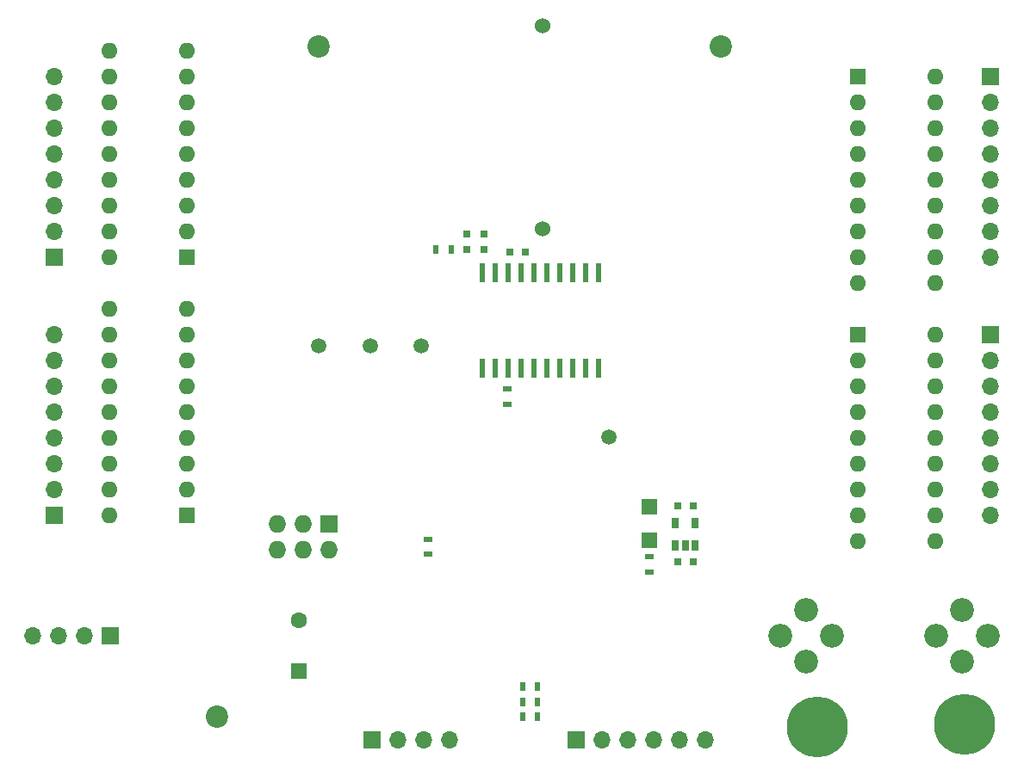
<source format=gts>
G04 #@! TF.FileFunction,Soldermask,Top*
%FSLAX46Y46*%
G04 Gerber Fmt 4.6, Leading zero omitted, Abs format (unit mm)*
G04 Created by KiCad (PCBNEW 4.0.2-stable) date 05/04/2017 02:23:03*
%MOMM*%
G01*
G04 APERTURE LIST*
%ADD10C,0.100000*%
%ADD11R,0.500000X0.900000*%
%ADD12R,1.600000X1.600000*%
%ADD13O,1.600000X1.600000*%
%ADD14R,0.750000X0.800000*%
%ADD15R,0.800000X0.750000*%
%ADD16R,0.600000X1.950000*%
%ADD17R,1.700000X1.700000*%
%ADD18O,1.700000X1.700000*%
%ADD19R,0.900000X0.500000*%
%ADD20R,0.650000X1.060000*%
%ADD21R,1.727200X1.727200*%
%ADD22O,1.727200X1.727200*%
%ADD23R,1.500000X1.500000*%
%ADD24C,2.350000*%
%ADD25C,1.600000*%
%ADD26C,5.999480*%
%ADD27C,2.200000*%
%ADD28C,1.524000*%
%ADD29C,1.500000*%
G04 APERTURE END LIST*
D10*
D11*
X155500000Y-121000000D03*
X154000000Y-121000000D03*
D12*
X187000000Y-86360000D03*
D13*
X194620000Y-106680000D03*
X187000000Y-88900000D03*
X194620000Y-104140000D03*
X187000000Y-91440000D03*
X194620000Y-101600000D03*
X187000000Y-93980000D03*
X194620000Y-99060000D03*
X187000000Y-96520000D03*
X194620000Y-96520000D03*
X187000000Y-99060000D03*
X194620000Y-93980000D03*
X187000000Y-101600000D03*
X194620000Y-91440000D03*
X187000000Y-104140000D03*
X194620000Y-88900000D03*
X187000000Y-106680000D03*
X194620000Y-86360000D03*
D14*
X148500000Y-78000000D03*
X148500000Y-76500000D03*
D15*
X152750000Y-78250000D03*
X154250000Y-78250000D03*
X169250000Y-108750000D03*
X170750000Y-108750000D03*
X169250000Y-103250000D03*
X170750000Y-103250000D03*
D14*
X150250000Y-76500000D03*
X150250000Y-78000000D03*
D16*
X150035000Y-89700000D03*
X151305000Y-89700000D03*
X152575000Y-89700000D03*
X153845000Y-89700000D03*
X155115000Y-89700000D03*
X156385000Y-89700000D03*
X157655000Y-89700000D03*
X158925000Y-89700000D03*
X160195000Y-89700000D03*
X161465000Y-89700000D03*
X161465000Y-80300000D03*
X160195000Y-80300000D03*
X158925000Y-80300000D03*
X157655000Y-80300000D03*
X156385000Y-80300000D03*
X155115000Y-80300000D03*
X153845000Y-80300000D03*
X152575000Y-80300000D03*
X151305000Y-80300000D03*
X150035000Y-80300000D03*
D17*
X108000000Y-104140000D03*
D18*
X108000000Y-101600000D03*
X108000000Y-99060000D03*
X108000000Y-96520000D03*
X108000000Y-93980000D03*
X108000000Y-91440000D03*
X108000000Y-88900000D03*
X108000000Y-86360000D03*
D17*
X108000000Y-78740000D03*
D18*
X108000000Y-76200000D03*
X108000000Y-73660000D03*
X108000000Y-71120000D03*
X108000000Y-68580000D03*
X108000000Y-66040000D03*
X108000000Y-63500000D03*
X108000000Y-60960000D03*
D17*
X200000000Y-60960000D03*
D18*
X200000000Y-63500000D03*
X200000000Y-66040000D03*
X200000000Y-68580000D03*
X200000000Y-71120000D03*
X200000000Y-73660000D03*
X200000000Y-76200000D03*
X200000000Y-78740000D03*
D17*
X200000000Y-86360000D03*
D18*
X200000000Y-88900000D03*
X200000000Y-91440000D03*
X200000000Y-93980000D03*
X200000000Y-96520000D03*
X200000000Y-99060000D03*
X200000000Y-101600000D03*
X200000000Y-104140000D03*
D11*
X155500000Y-124000000D03*
X154000000Y-124000000D03*
X145500000Y-78000000D03*
X147000000Y-78000000D03*
X155500000Y-122500000D03*
X154000000Y-122500000D03*
D19*
X152500000Y-91750000D03*
X152500000Y-93250000D03*
X144750000Y-108000000D03*
X144750000Y-106500000D03*
D20*
X169050000Y-107100000D03*
X170000000Y-107100000D03*
X170950000Y-107100000D03*
X170950000Y-104900000D03*
X169050000Y-104900000D03*
D12*
X121000000Y-104140000D03*
D13*
X113380000Y-83820000D03*
X121000000Y-101600000D03*
X113380000Y-86360000D03*
X121000000Y-99060000D03*
X113380000Y-88900000D03*
X121000000Y-96520000D03*
X113380000Y-91440000D03*
X121000000Y-93980000D03*
X113380000Y-93980000D03*
X121000000Y-91440000D03*
X113380000Y-96520000D03*
X121000000Y-88900000D03*
X113380000Y-99060000D03*
X121000000Y-86360000D03*
X113380000Y-101600000D03*
X121000000Y-83820000D03*
X113380000Y-104140000D03*
D12*
X121000000Y-78740000D03*
D13*
X113380000Y-58420000D03*
X121000000Y-76200000D03*
X113380000Y-60960000D03*
X121000000Y-73660000D03*
X113380000Y-63500000D03*
X121000000Y-71120000D03*
X113380000Y-66040000D03*
X121000000Y-68580000D03*
X113380000Y-68580000D03*
X121000000Y-66040000D03*
X113380000Y-71120000D03*
X121000000Y-63500000D03*
X113380000Y-73660000D03*
X121000000Y-60960000D03*
X113380000Y-76200000D03*
X121000000Y-58420000D03*
X113380000Y-78740000D03*
D12*
X187000000Y-60960000D03*
D13*
X194620000Y-81280000D03*
X187000000Y-63500000D03*
X194620000Y-78740000D03*
X187000000Y-66040000D03*
X194620000Y-76200000D03*
X187000000Y-68580000D03*
X194620000Y-73660000D03*
X187000000Y-71120000D03*
X194620000Y-71120000D03*
X187000000Y-73660000D03*
X194620000Y-68580000D03*
X187000000Y-76200000D03*
X194620000Y-66040000D03*
X187000000Y-78740000D03*
X194620000Y-63500000D03*
X187000000Y-81280000D03*
X194620000Y-60960000D03*
D17*
X113500000Y-116000000D03*
D18*
X110960000Y-116000000D03*
X108420000Y-116000000D03*
X105880000Y-116000000D03*
D17*
X159250000Y-126250000D03*
D18*
X161790000Y-126250000D03*
X164330000Y-126250000D03*
X166870000Y-126250000D03*
X169410000Y-126250000D03*
X171950000Y-126250000D03*
D21*
X135000000Y-105000000D03*
D22*
X135000000Y-107540000D03*
X132460000Y-105000000D03*
X132460000Y-107540000D03*
X129920000Y-105000000D03*
X129920000Y-107540000D03*
D23*
X166500000Y-103350000D03*
X166500000Y-106650000D03*
D19*
X166500000Y-109750000D03*
X166500000Y-108250000D03*
D24*
X184430000Y-116000000D03*
X179350000Y-116000000D03*
X194670000Y-116000000D03*
X199750000Y-116000000D03*
X181890000Y-118540000D03*
X181890000Y-113460000D03*
X197210000Y-118540000D03*
X197210000Y-113460000D03*
D12*
X132000000Y-119500000D03*
D25*
X132000000Y-114500000D03*
D17*
X139250000Y-126250000D03*
D18*
X141790000Y-126250000D03*
X144330000Y-126250000D03*
X146870000Y-126250000D03*
D26*
X197500000Y-124750000D03*
X183000000Y-125000000D03*
D27*
X134000000Y-58000000D03*
X173500000Y-58000000D03*
X124000000Y-124000000D03*
D28*
X156000000Y-76000000D03*
X156000000Y-56000000D03*
D29*
X139000000Y-87500000D03*
X144000000Y-87500000D03*
X134000000Y-87500000D03*
X162500000Y-96500000D03*
M02*

</source>
